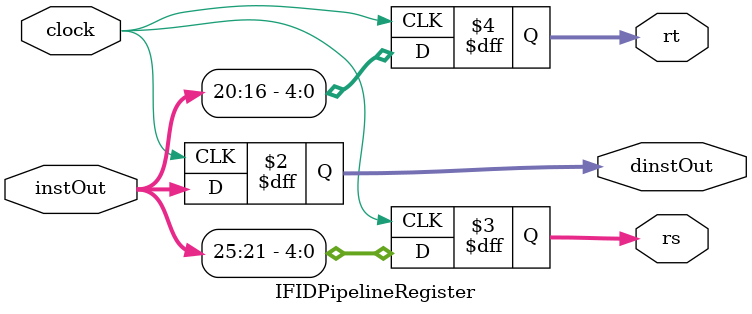
<source format=v>
`timescale 1ns / 1ps

module IFIDPipelineRegister(input [31:0] instOut, input clock, output reg [31:0] dinstOut, output reg [4:0] rs, output reg [4:0] rt);
    always @ (posedge clock) begin
        dinstOut = instOut;
        rs = dinstOut[25:21];
        rt = dinstOut[20:16];
    end
endmodule
</source>
